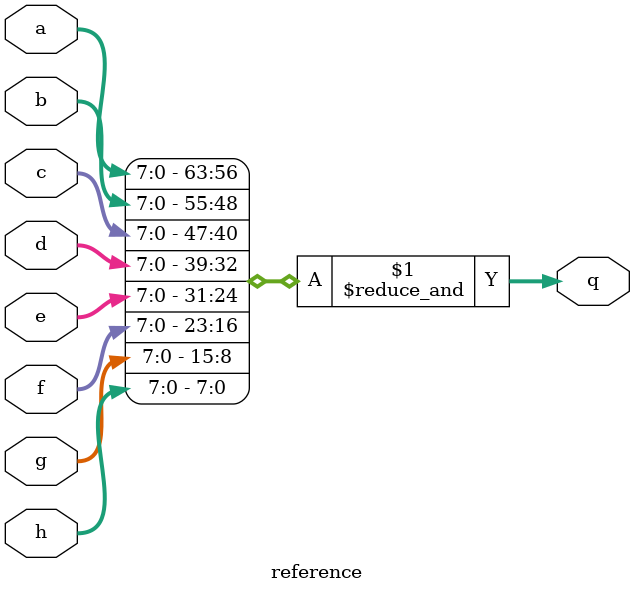
<source format=v>
`timescale 1ns/1ns
module adder_tb();
    parameter WIDTH=7;
    //yours
    wire [(WIDTH-1):0] y_q;
    //reference
    wire [(WIDTH-1):0] r_q;
    reg mismatch;

    //input
    reg [(WIDTH-1):0] i_a;
    reg [(WIDTH-1):0] i_b;
    reg [(WIDTH-1):0] i_c;
    reg [(WIDTH-1):0] i_d;
    reg [(WIDTH-1):0] i_e;
    reg [(WIDTH-1):0] i_f;
    reg [(WIDTH-1):0] i_g;
    reg [(WIDTH-1):0] i_h;
    
	top_module #(2,WIDTH) top_module_ins (
		.a(i_a),
		.b(i_b),
		.c(i_c),
		.d(i_d),
		.e(i_e),
		.f(i_f),
		.g(i_g),
		.h(i_h),
        .q(y_q)
	);
    
    reference #(2,WIDTH) reference_ins(
		.a(i_a),
		.b(i_b),
		.c(i_c),
		.d(i_d),
		.e(i_e),
		.f(i_f),
		.g(i_g),
		.h(i_h),
        .q(r_q)
	);
    

	initial begin
        $dumpvars(
            1,
            //input
            adder_tb.i_a,
            adder_tb.i_b,
            adder_tb.i_c,
            adder_tb.i_d,
            adder_tb.i_e,
            adder_tb.i_f,
            adder_tb.i_g,
            adder_tb.i_h,
            //yours
            adder_tb.y_q,
            //reference
            adder_tb.r_q,
            //mismatch    
            adder_tb.mismatch
        );
	end
    
	
	initial begin
        i_a=$random%128;
        i_b=$random%128;
        i_c=$random%128;
        i_d=$random%128;
        i_e=$random%128;
        i_f=$random%128;
        i_g=$random%128;
        i_h=$random%128;
        #1
	$finish;
	end
	
    
    always@(*)begin
        mismatch=y_q!==r_q;
    end
endmodule


module reference
#(parameter Port_Num=2,parameter WIDTH=8)
(
    input [(WIDTH-1):0] a,
    input [(WIDTH-1):0] b,
    input [(WIDTH-1):0] c,
    input [(WIDTH-1):0] d,
    input [(WIDTH-1):0] e,
    input [(WIDTH-1):0] f,
    input [(WIDTH-1):0] g,
    input [(WIDTH-1):0] h,
    output reg [(WIDTH-1):0] q
);
    
    assign q=&{a,b,c,d,e,f,g,h};
    
endmodule

</source>
